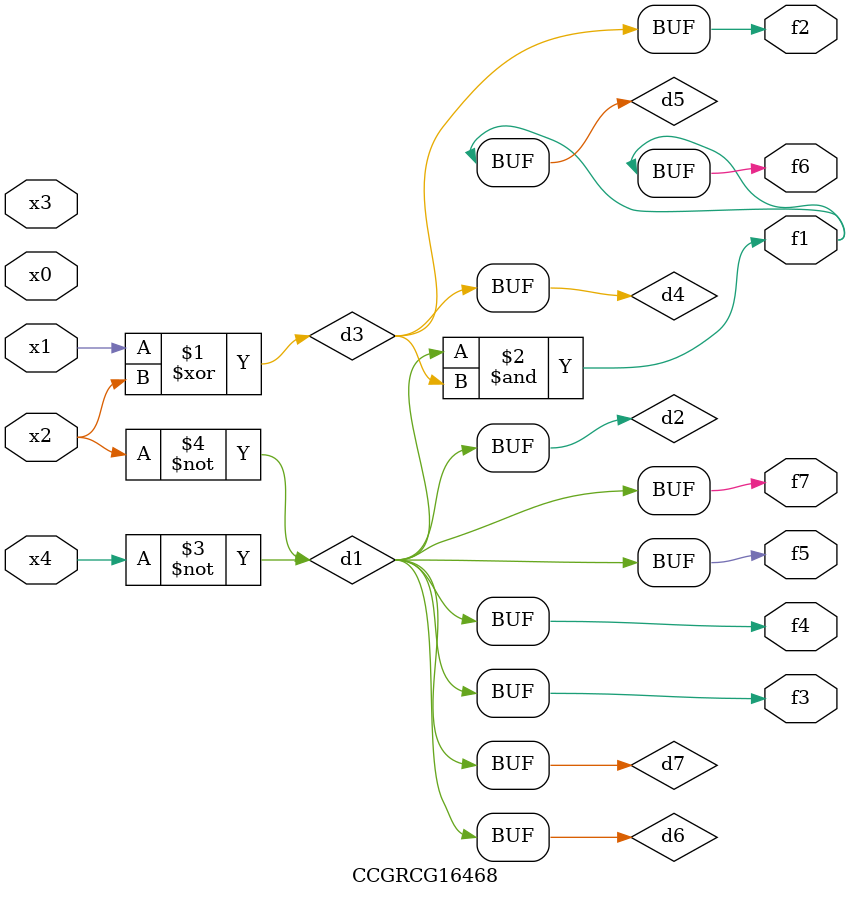
<source format=v>
module CCGRCG16468(
	input x0, x1, x2, x3, x4,
	output f1, f2, f3, f4, f5, f6, f7
);

	wire d1, d2, d3, d4, d5, d6, d7;

	not (d1, x4);
	not (d2, x2);
	xor (d3, x1, x2);
	buf (d4, d3);
	and (d5, d1, d3);
	buf (d6, d1, d2);
	buf (d7, d2);
	assign f1 = d5;
	assign f2 = d4;
	assign f3 = d7;
	assign f4 = d7;
	assign f5 = d7;
	assign f6 = d5;
	assign f7 = d7;
endmodule

</source>
